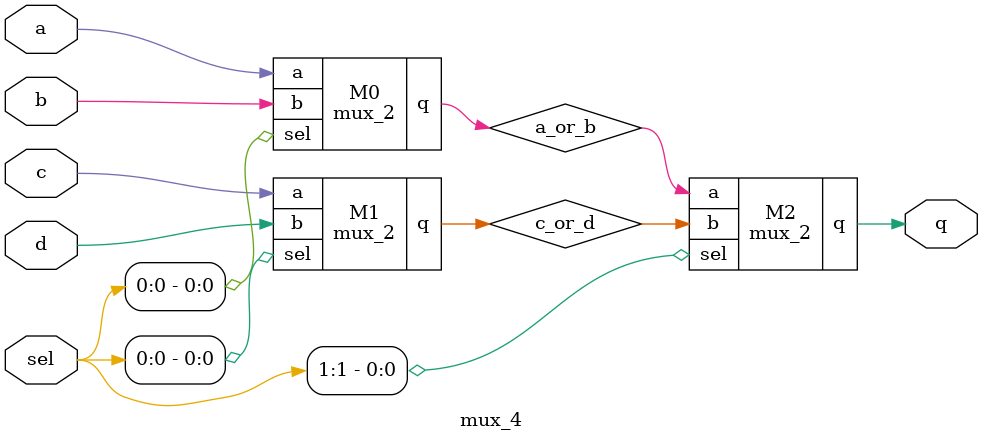
<source format=v>

module alu(out, cout, c, a, b, cin);
	// Ports
	input a;
	input b;
	input cin;
	input[1:0] c;
	output cout;
	output out;

	wire a_b, a_not, sum;

	and(a_b, a, b);
	not(a_not, a);
	full_adder add(sum, cout, a, b, cin);

	mux_4 select(out, c[1:0], a, sum, a_b, a_not);
endmodule


module mux_2(q, sel, a, b);
	input a;
	input b;
	input sel;
	output q;

	wire a1, a2, selbar;

	not(selbar, sel);
	and(a1, selbar, a);
	and(a2, sel, b);
	or(q, a1, a2);
endmodule


module mux_4(q, sel, a, b, c, d);
	input a;
	input b;
	input c;
	input d;
	input[1:0] sel;
	output q;
	
	wire a_or_b, c_or_d;

	mux_2 M0(a_or_b, sel[0], a, b);		// The LSB selects between a or b
	mux_2 M1(c_or_d, sel[0], c, d);		// and c or d
	mux_2 M2(q, sel[1], a_or_b, c_or_d);// the MSB selects between those 2
endmodule














</source>
